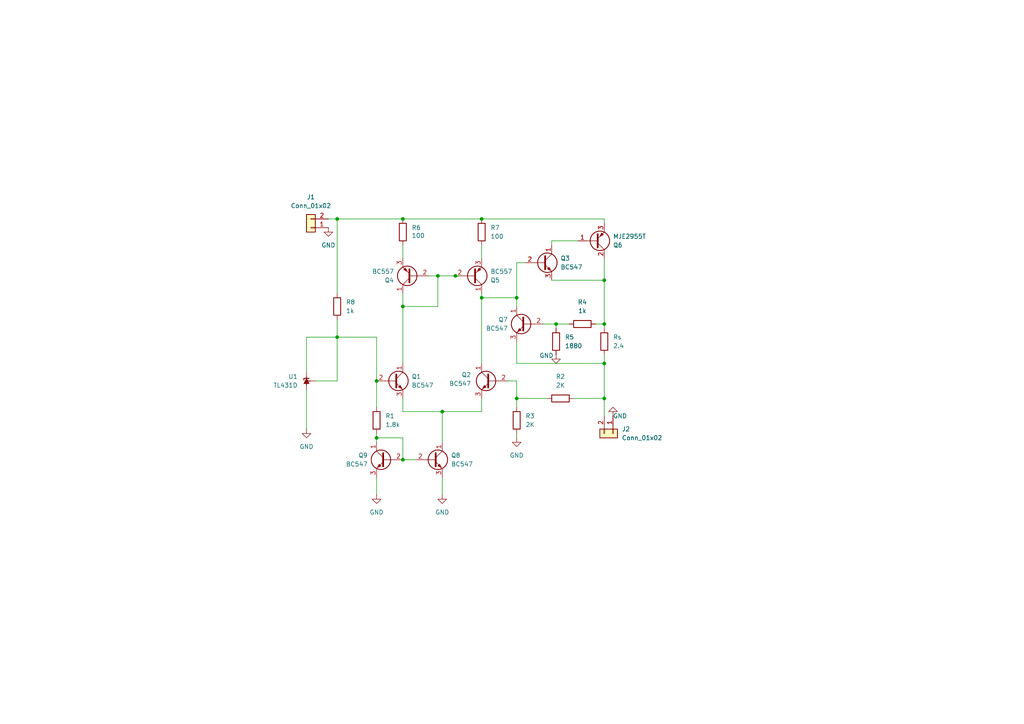
<source format=kicad_sch>
(kicad_sch (version 20250114) (generator "eeschema") (generator_version "9.0")
  (paper "A4")
  (lib_symbols
    (symbol "Connector_Generic:Conn_01x02" (pin_names (offset 1.016) (hide yes))
      (property "Reference" "J" (at 0 2.54 0))
      (property "Value" "Conn_01x02" (at 0 -5.08 0))
      (symbol "Conn_01x02_1_1"
        (rectangle (start -1.27 1.27) (end 1.27 -3.81) (stroke (width 0.254)) (fill (type background)))
        (rectangle (start -1.27 0.127) (end 0 -0.127) (stroke (width 0.1524)))
        (rectangle (start -1.27 -2.413) (end 0 -2.667) (stroke (width 0.1524)))
        (pin passive line (at -5.08 0 0) (length 3.81) (name "Pin_1") (number "1"))
        (pin passive line (at -5.08 -2.54 0) (length 3.81) (name "Pin_2") (number "2"))
      )
    )
    (symbol "Device:R" (pin_numbers (hide yes)) (pin_names (offset 0))
      (property "Reference" "R" (at 2.032 0 90))
      (property "Value" "R" (at 0 0 90))
      (symbol "R_0_1"
        (rectangle (start -1.016 -2.54) (end 1.016 2.54) (stroke (width 0.254)))
      )
      (symbol "R_1_1"
        (pin passive line (at 0 3.81 270) (length 1.27) (name "~") (number "1"))
        (pin passive line (at 0 -3.81 90) (length 1.27) (name "~") (number "2"))
      )
    )
    (symbol "Reference_Voltage:TL431D" (pin_numbers (hide yes)) (pin_names (hide yes))
      (property "Reference" "U" (at 0 -2.54 0))
      (property "Value" "TL431D" (at 0 -4.445 0))
      (symbol "TL431D_0_1"
        (polyline (pts (xy -1.27 0) (xy 0 0) (xy 1.27 0)))
        (polyline (pts (xy -0.762 -0.762) (xy -0.762 0.762) (xy -0.762 0.762) (xy 0.762 0) (xy -0.762 -0.762)) (fill (type outline)))
        (polyline (pts (xy 0.254 -0.762) (xy 0.762 -0.762) (xy 0.762 0.762) (xy 0.762 0.762)) (stroke (width 0.254)))
      )
      (symbol "TL431D_1_1"
        (polyline (pts (xy 0 1.27) (xy 0 0)))
        (pin passive line (at -2.54 0 0) (length 2.54) (name "A") (number "2"))
        (pin passive line (at -2.54 0 0) (length 2.54) (hide yes) (name "A") (number "3"))
        (pin passive line (at -2.54 0 0) (length 2.54) (hide yes) (name "A") (number "6"))
        (pin passive line (at -2.54 0 0) (length 2.54) (hide yes) (name "A") (number "7"))
        (pin passive line (at 0 2.54 270) (length 2.54) (name "REF") (number "8"))
        (pin passive line (at 2.54 0 180) (length 2.54) (name "K") (number "1"))
      )
    )
    (symbol "Transistor_BJT:BC547" (pin_names (offset 0) (hide yes))
      (property "Reference" "Q" (at 5.08 1.905 0))
      (property "Value" "BC547" (at 5.08 0 0))
      (symbol "BC547_0_1"
        (polyline (pts (xy -2.54 0) (xy 0.635 0)))
        (polyline (pts (xy 0.635 1.905) (xy 0.635 -1.905)) (stroke (width 0.508)))
        (circle (center 1.27 0) (radius 2.8194) (stroke (width 0.254)))
      )
      (symbol "BC547_1_1"
        (polyline (pts (xy 0.635 0.635) (xy 2.54 2.54)))
        (polyline (pts (xy 0.635 -0.635) (xy 2.54 -2.54)))
        (polyline (pts (xy 1.27 -1.778) (xy 1.778 -1.27) (xy 2.286 -2.286) (xy 1.27 -1.778)) (fill (type outline)))
        (pin input line (at -5.08 0 0) (length 2.54) (name "B") (number "2"))
        (pin passive line (at 2.54 5.08 270) (length 2.54) (name "C") (number "1"))
        (pin passive line (at 2.54 -5.08 90) (length 2.54) (name "E") (number "3"))
      )
    )
    (symbol "Transistor_BJT:BC557" (pin_names (offset 0) (hide yes))
      (property "Reference" "Q" (at 5.08 1.905 0))
      (property "Value" "BC557" (at 5.08 0 0))
      (symbol "BC557_0_1"
        (polyline (pts (xy -2.54 0) (xy 0.635 0)))
        (polyline (pts (xy 0.635 1.905) (xy 0.635 -1.905)) (stroke (width 0.508)))
        (polyline (pts (xy 0.635 0.635) (xy 2.54 2.54)))
        (polyline (pts (xy 0.635 -0.635) (xy 2.54 -2.54)))
        (circle (center 1.27 0) (radius 2.8194) (stroke (width 0.254)))
        (polyline (pts (xy 2.286 -1.778) (xy 1.778 -2.286) (xy 1.27 -1.27) (xy 2.286 -1.778)) (fill (type outline)))
      )
      (symbol "BC557_1_1"
        (pin input line (at -5.08 0 0) (length 2.54) (name "B") (number "2"))
        (pin passive line (at 2.54 5.08 270) (length 2.54) (name "C") (number "1"))
        (pin passive line (at 2.54 -5.08 90) (length 2.54) (name "E") (number "3"))
      )
    )
    (symbol "Transistor_BJT:BCP51" (pin_names (offset 0) (hide yes))
      (property "Reference" "Q" (at 5.08 1.905 0))
      (property "Value" "BCP51" (at 5.08 0 0))
      (symbol "BCP51_0_1"
        (polyline (pts (xy -2.54 0) (xy 0.635 0)))
        (polyline (pts (xy 0.635 1.905) (xy 0.635 -1.905)) (stroke (width 0.508)))
        (polyline (pts (xy 0.635 0.635) (xy 2.54 2.54)))
        (polyline (pts (xy 0.635 -0.635) (xy 2.54 -2.54)))
        (circle (center 1.27 0) (radius 2.8194) (stroke (width 0.254)))
        (polyline (pts (xy 2.286 -1.778) (xy 1.778 -2.286) (xy 1.27 -1.27) (xy 2.286 -1.778)) (fill (type outline)))
      )
      (symbol "BCP51_1_1"
        (pin input line (at -5.08 0 0) (length 2.54) (name "B") (number "1"))
        (pin passive line (at 2.54 5.08 270) (length 2.54) (name "C") (number "2"))
        (pin passive line (at 2.54 -5.08 90) (length 2.54) (name "E") (number "3"))
      )
    )
    (symbol "power:GND" (power) (pin_numbers (hide yes)) (pin_names (offset 0) (hide yes))
      (property "Value" "GND" (at 0 -3.81 0))
      (symbol "GND_0_1"
        (polyline (pts (xy 0 0) (xy 0 -1.27) (xy 1.27 -1.27) (xy 0 -2.54) (xy -1.27 -1.27) (xy 0 -1.27)))
      )
      (symbol "GND_1_1"
        (pin power_in line (at 0 0 270) (length 0) (name "~") (number "1"))
      )
    )
  )
  (junction (at 175.26 81.28))
  (junction (at 97.79 63.5))
  (junction (at 139.7 86.36))
  (junction (at 109.22 127))
  (junction (at 139.7 63.5))
  (junction (at 149.86 115.57))
  (junction (at 127 80.01))
  (junction (at 116.84 63.5))
  (junction (at 109.22 110.49))
  (junction (at 149.86 86.36))
  (junction (at 97.79 97.79))
  (junction (at 132.08 80.01))
  (junction (at 175.26 115.57))
  (junction (at 128.27 119.38))
  (junction (at 175.26 93.98))
  (junction (at 175.26 105.41))
  (junction (at 161.29 93.98))
  (junction (at 116.84 133.35))
  (junction (at 116.84 88.9))
  (wire (pts (xy 139.7 86.36) (xy 139.7 105.41)))
  (wire (pts (xy 160.02 81.28) (xy 175.26 81.28)))
  (wire (pts (xy 116.84 133.35) (xy 120.65 133.35)))
  (wire (pts (xy 139.7 71.12) (xy 139.7 74.93)))
  (wire (pts (xy 128.27 138.43) (xy 128.27 143.51)))
  (wire (pts (xy 139.7 119.38) (xy 128.27 119.38)))
  (wire (pts (xy 175.26 81.28) (xy 175.26 93.98)))
  (wire (pts (xy 149.86 115.57) (xy 149.86 118.11)))
  (wire (pts (xy 147.32 110.49) (xy 149.86 110.49)))
  (wire (pts (xy 109.22 128.27) (xy 109.22 127)))
  (wire (pts (xy 175.26 81.28) (xy 175.26 74.93)))
  (wire (pts (xy 128.27 119.38) (xy 128.27 128.27)))
  (wire (pts (xy 127 80.01) (xy 132.08 80.01)))
  (wire (pts (xy 132.08 80.01) (xy 133.35 80.01)))
  (wire (pts (xy 139.7 119.38) (xy 139.7 115.57)))
  (wire (pts (xy 97.79 97.79) (xy 109.22 97.79)))
  (wire (pts (xy 116.84 115.57) (xy 116.84 119.38)))
  (wire (pts (xy 149.86 86.36) (xy 149.86 88.9)))
  (wire (pts (xy 161.29 93.98) (xy 161.29 95.25)))
  (wire (pts (xy 139.7 63.5) (xy 175.26 63.5)))
  (wire (pts (xy 116.84 119.38) (xy 128.27 119.38)))
  (wire (pts (xy 109.22 127) (xy 116.84 127)))
  (wire (pts (xy 91.44 110.49) (xy 97.79 110.49)))
  (wire (pts (xy 175.26 64.77) (xy 175.26 63.5)))
  (wire (pts (xy 116.84 88.9) (xy 116.84 105.41)))
  (wire (pts (xy 175.26 93.98) (xy 175.26 95.25)))
  (wire (pts (xy 97.79 63.5) (xy 116.84 63.5)))
  (wire (pts (xy 116.84 85.09) (xy 116.84 88.9)))
  (wire (pts (xy 172.72 93.98) (xy 175.26 93.98)))
  (wire (pts (xy 160.02 69.85) (xy 167.64 69.85)))
  (wire (pts (xy 116.84 71.12) (xy 116.84 74.93)))
  (wire (pts (xy 95.25 63.5) (xy 97.79 63.5)))
  (wire (pts (xy 88.9 97.79) (xy 97.79 97.79)))
  (wire (pts (xy 161.29 93.98) (xy 165.1 93.98)))
  (wire (pts (xy 149.86 76.2) (xy 152.4 76.2)))
  (wire (pts (xy 149.86 76.2) (xy 149.86 86.36)))
  (wire (pts (xy 97.79 63.5) (xy 97.79 85.09)))
  (wire (pts (xy 139.7 85.09) (xy 139.7 86.36)))
  (wire (pts (xy 116.84 88.9) (xy 127 88.9)))
  (wire (pts (xy 175.26 115.57) (xy 175.26 120.65)))
  (wire (pts (xy 116.84 63.5) (xy 139.7 63.5)))
  (wire (pts (xy 139.7 86.36) (xy 149.86 86.36)))
  (wire (pts (xy 149.86 115.57) (xy 158.75 115.57)))
  (wire (pts (xy 157.48 93.98) (xy 161.29 93.98)))
  (wire (pts (xy 127 88.9) (xy 127 80.01)))
  (wire (pts (xy 109.22 127) (xy 109.22 125.73)))
  (wire (pts (xy 149.86 110.49) (xy 149.86 115.57)))
  (wire (pts (xy 109.22 97.79) (xy 109.22 110.49)))
  (wire (pts (xy 97.79 92.71) (xy 97.79 97.79)))
  (wire (pts (xy 88.9 107.95) (xy 88.9 97.79)))
  (wire (pts (xy 109.22 138.43) (xy 109.22 143.51)))
  (wire (pts (xy 116.84 127) (xy 116.84 133.35)))
  (wire (pts (xy 166.37 115.57) (xy 175.26 115.57)))
  (wire (pts (xy 149.86 99.06) (xy 149.86 105.41)))
  (wire (pts (xy 97.79 97.79) (xy 97.79 110.49)))
  (wire (pts (xy 88.9 124.46) (xy 88.9 113.03)))
  (wire (pts (xy 160.02 71.12) (xy 160.02 69.85)))
  (wire (pts (xy 124.46 80.01) (xy 127 80.01)))
  (wire (pts (xy 175.26 105.41) (xy 175.26 115.57)))
  (wire (pts (xy 149.86 127) (xy 149.86 125.73)))
  (wire (pts (xy 175.26 102.87) (xy 175.26 105.41)))
  (wire (pts (xy 149.86 105.41) (xy 175.26 105.41)))
  (wire (pts (xy 109.22 110.49) (xy 109.22 118.11)))
  (symbol (lib_id "Device:R") (at 168.91 93.98 90) (unit 1)
    (property "Reference" "R4" (at 168.91 87.63 90))
    (property "Value" "1k" (at 168.91 90.17 90))
    (property "Description" "Resistor" (effects (hide yes)))
  )
  (symbol (lib_id "Transistor_BJT:BC557") (at 137.16 80.01 0) (mirror x) (unit 1)
    (property "Reference" "Q5" (at 142.24 81.2801 0) (effects (justify left)))
    (property "Value" "BC557" (at 142.24 78.7401 0) (effects (justify left)))
    (property "Footprint" "Package_TO_SOT_THT:TO-92_Inline_Wide" (effects (hide yes)))
    (property "Datasheet" "https://www.onsemi.com/pub/Collateral/BC556BTA-D.pdf" (effects (hide yes)))
    (property "Description" "0.1A Ic, 45V Vce, PNP Small Signal Transistor, TO-92" (effects (hide yes)))
  )
  (symbol (lib_id "Device:R") (at 149.86 121.92 0) (unit 1)
    (property "Reference" "R3" (at 152.4 120.6499 0) (effects (justify left)))
    (property "Value" "2K" (at 152.4 123.1899 0) (effects (justify left)))
    (property "Description" "Resistor" (effects (hide yes)))
  )
  (symbol (lib_id "Transistor_BJT:BC547") (at 125.73 133.35 0) (unit 1)
    (property "Reference" "Q8" (at 130.81 132.0799 0) (effects (justify left)))
    (property "Value" "BC547" (at 130.81 134.6199 0) (effects (justify left)))
    (property "Footprint" "Package_TO_SOT_THT:TO-92_Inline_Wide" (effects (hide yes)))
    (property "Datasheet" "https://www.onsemi.com/pub/Collateral/BC550-D.pdf" (effects (hide yes)))
    (property "Description" "0.1A Ic, 45V Vce, Small Signal NPN Transistor, TO-92" (effects (hide yes)))
  )
  (symbol (lib_id "Device:R") (at 175.26 99.06 0) (unit 1)
    (property "Reference" "Rs" (at 177.8 97.7899 0) (effects (justify left)))
    (property "Value" "2.4" (at 177.8 100.3299 0) (effects (justify left)))
    (property "Description" "Resistor" (effects (hide yes)))
  )
  (symbol (lib_id "Transistor_BJT:BC547") (at 142.24 110.49 0) (mirror y) (unit 1)
    (property "Reference" "Q2" (at 136.652 108.712 0) (effects (justify left)))
    (property "Value" "BC547" (at 136.652 111.252 0) (effects (justify left)))
    (property "Footprint" "Package_TO_SOT_THT:TO-92_Inline_Wide" (effects (hide yes)))
    (property "Datasheet" "https://www.onsemi.com/pub/Collateral/BC550-D.pdf" (effects (hide yes)))
    (property "Description" "0.1A Ic, 45V Vce, Small Signal NPN Transistor, TO-92" (effects (hide yes)))
  )
  (symbol (lib_id "Transistor_BJT:BC557") (at 119.38 80.01 180) (unit 1)
    (property "Reference" "Q4" (at 114.3 81.2801 0) (effects (justify left)))
    (property "Value" "BC557" (at 114.3 78.7401 0) (effects (justify left)))
    (property "Footprint" "Package_TO_SOT_THT:TO-92_Inline_Wide" (effects (hide yes)))
    (property "Datasheet" "https://www.onsemi.com/pub/Collateral/BC556BTA-D.pdf" (effects (hide yes)))
    (property "Description" "0.1A Ic, 45V Vce, PNP Small Signal Transistor, TO-92" (effects (hide yes)))
  )
  (symbol (lib_id "Transistor_BJT:BC547") (at 111.76 133.35 0) (mirror y) (unit 1)
    (property "Reference" "Q9" (at 106.68 132.0799 0) (effects (justify left)))
    (property "Value" "BC547" (at 106.68 134.6199 0) (effects (justify left)))
    (property "Footprint" "Package_TO_SOT_THT:TO-92_Inline_Wide" (effects (hide yes)))
    (property "Datasheet" "https://www.onsemi.com/pub/Collateral/BC550-D.pdf" (effects (hide yes)))
    (property "Description" "0.1A Ic, 45V Vce, Small Signal NPN Transistor, TO-92" (effects (hide yes)))
  )
  (symbol (lib_id "Connector_Generic:Conn_01x02") (at 177.8 125.73 270) (unit 1)
    (property "Reference" "J2" (at 180.34 124.4599 90) (effects (justify left)))
    (property "Value" "Conn_01x02" (at 180.34 126.9999 90) (effects (justify left)))
    (property "Description" "Generic connector, single row, 01x02, script generated (kicad-library-utils/schlib/autogen/connector/)" (effects (hide yes)))
  )
  (symbol (lib_id "Device:R") (at 162.56 115.57 90) (unit 1)
    (property "Reference" "R2" (at 162.56 109.22 90))
    (property "Value" "2K" (at 162.56 111.76 90))
    (property "Description" "Resistor" (effects (hide yes)))
  )
  (symbol (lib_id "power:GND") (at 161.29 102.87 0) (unit 1)
    (property "Reference" "#PWR03" (effects (hide yes)))
    (property "Value" "GND" (at 158.496 103.124 0))
    (property "Description" "Power symbol creates a global label with name \"GND\" , ground" (effects (hide yes)))
  )
  (symbol (lib_id "Connector_Generic:Conn_01x02") (at 90.17 66.04 180) (unit 1)
    (property "Reference" "J1" (at 90.17 57.15 0))
    (property "Value" "Conn_01x02" (at 90.17 59.69 0))
    (property "Description" "Generic connector, single row, 01x02, script generated (kicad-library-utils/schlib/autogen/connector/)" (effects (hide yes)))
  )
  (symbol (lib_id "power:GND") (at 177.8 120.65 180) (unit 1)
    (property "Reference" "#PWR04" (effects (hide yes)))
    (property "Value" "GND" (at 179.832 120.65 0))
    (property "Description" "Power symbol creates a global label with name \"GND\" , ground" (effects (hide yes)))
  )
  (symbol (lib_id "power:GND") (at 88.9 124.46 0) (unit 1)
    (property "Reference" "#PWR06" (effects (hide yes)))
    (property "Value" "GND" (at 88.9 129.54 0))
    (property "Description" "Power symbol creates a global label with name \"GND\" , ground" (effects (hide yes)))
  )
  (symbol (lib_id "Transistor_BJT:BC547") (at 157.48 76.2 0) (unit 1)
    (property "Reference" "Q3" (at 162.56 74.9299 0) (effects (justify left)))
    (property "Value" "BC547" (at 162.56 77.4699 0) (effects (justify left)))
    (property "Footprint" "Package_TO_SOT_THT:TO-92_Inline_Wide" (effects (hide yes)))
    (property "Datasheet" "https://www.onsemi.com/pub/Collateral/BC550-D.pdf" (effects (hide yes)))
    (property "Description" "0.1A Ic, 45V Vce, Small Signal NPN Transistor, TO-92" (effects (hide yes)))
  )
  (symbol (lib_id "Device:R") (at 161.29 99.06 0) (unit 1)
    (property "Reference" "R5" (at 163.83 97.7899 0) (effects (justify left)))
    (property "Value" "1880" (at 163.83 100.3299 0) (effects (justify left)))
    (property "Description" "Resistor" (effects (hide yes)))
  )
  (symbol (lib_id "Device:R") (at 116.84 67.31 0) (unit 1)
    (property "Reference" "R6" (at 119.38 66.0399 0) (effects (justify left)))
    (property "Value" "100" (at 119.38 68.326 0) (effects (justify left)))
    (property "Description" "Resistor" (effects (hide yes)))
  )
  (symbol (lib_id "Device:R") (at 97.79 88.9 0) (unit 1)
    (property "Reference" "R8" (at 100.33 87.6299 0) (effects (justify left)))
    (property "Value" "1k" (at 100.33 90.1699 0) (effects (justify left)))
    (property "Description" "Resistor" (effects (hide yes)))
  )
  (symbol (lib_id "power:GND") (at 149.86 127 0) (unit 1)
    (property "Reference" "#PWR01" (effects (hide yes)))
    (property "Value" "GND" (at 149.86 132.08 0))
    (property "Description" "Power symbol creates a global label with name \"GND\" , ground" (effects (hide yes)))
  )
  (symbol (lib_id "power:GND") (at 95.25 66.04 0) (unit 1)
    (property "Reference" "#PWR05" (effects (hide yes)))
    (property "Value" "GND" (at 95.25 71.12 0))
    (property "Description" "Power symbol creates a global label with name \"GND\" , ground" (effects (hide yes)))
  )
  (symbol (lib_id "Device:R") (at 109.22 121.92 0) (unit 1)
    (property "Reference" "R1" (at 111.76 120.6499 0) (effects (justify left)))
    (property "Value" "1.8k" (at 111.76 123.1899 0) (effects (justify left)))
    (property "Description" "Resistor" (effects (hide yes)))
  )
  (symbol (lib_id "Transistor_BJT:BC547") (at 152.4 93.98 0) (mirror y) (unit 1)
    (property "Reference" "Q7" (at 147.32 92.7099 0) (effects (justify left)))
    (property "Value" "BC547" (at 147.32 95.2499 0) (effects (justify left)))
    (property "Footprint" "Package_TO_SOT_THT:TO-92_Inline_Wide" (effects (hide yes)))
    (property "Datasheet" "https://www.onsemi.com/pub/Collateral/BC550-D.pdf" (effects (hide yes)))
    (property "Description" "0.1A Ic, 45V Vce, Small Signal NPN Transistor, TO-92" (effects (hide yes)))
  )
  (symbol (lib_id "Transistor_BJT:BCP51") (at 172.72 69.85 0) (mirror x) (unit 1)
    (property "Reference" "Q6" (at 177.8 71.1201 0) (effects (justify left)))
    (property "Value" "MJE2955T" (at 177.8 68.5801 0) (effects (justify left)))
    (property "Footprint" "Package_TO_SOT_THT:TO-220-3_Vertical" (effects (hide yes)))
    (property "Datasheet" "https://www.onsemi.com/pub/Collateral/BCP51-D.pdf" (effects (hide yes)))
    (property "Description" "1A Ic, 45V Vce, PNP Medium Power Transistor, SOT-223" (effects (hide yes)))
  )
  (symbol (lib_id "power:GND") (at 128.27 143.51 0) (unit 1)
    (property "Reference" "#PWR02" (effects (hide yes)))
    (property "Value" "GND" (at 128.27 148.59 0))
    (property "Description" "Power symbol creates a global label with name \"GND\" , ground" (effects (hide yes)))
  )
  (symbol (lib_id "Device:R") (at 139.7 67.31 0) (unit 1)
    (property "Reference" "R7" (at 142.24 66.0399 0) (effects (justify left)))
    (property "Value" "100" (at 142.24 68.5799 0) (effects (justify left)))
    (property "Description" "Resistor" (effects (hide yes)))
  )
  (symbol (lib_id "power:GND") (at 109.22 143.51 0) (unit 1)
    (property "Reference" "#PWR07" (effects (hide yes)))
    (property "Value" "GND" (at 109.22 148.59 0))
    (property "Description" "Power symbol creates a global label with name \"GND\" , ground" (effects (hide yes)))
  )
  (symbol (lib_id "Transistor_BJT:BC547") (at 114.3 110.49 0) (unit 1)
    (property "Reference" "Q1" (at 119.38 109.2199 0) (effects (justify left)))
    (property "Value" "BC547" (at 119.38 111.7599 0) (effects (justify left)))
    (property "Footprint" "Package_TO_SOT_THT:TO-92_Inline_Wide" (effects (hide yes)))
    (property "Datasheet" "https://www.onsemi.com/pub/Collateral/BC550-D.pdf" (effects (hide yes)))
    (property "Description" "0.1A Ic, 45V Vce, Small Signal NPN Transistor, TO-92" (effects (hide yes)))
  )
  (symbol (lib_id "Reference_Voltage:TL431D") (at 88.9 110.49 270) (mirror x) (unit 1)
    (property "Reference" "U1" (at 86.36 109.2199 90) (effects (justify right)))
    (property "Value" "TL431D" (at 86.36 111.7599 90) (effects (justify right)))
    (property "Footprint" "Package_SO:SOIC-8_3.9x4.9mm_P1.27mm" (effects (hide yes)))
    (property "Datasheet" "http://www.ti.com/lit/ds/symlink/tl431.pdf" (effects (hide yes)))
    (property "Description" "Shunt Regulator, SO-8" (effects (hide yes)))
  )
)
</source>
